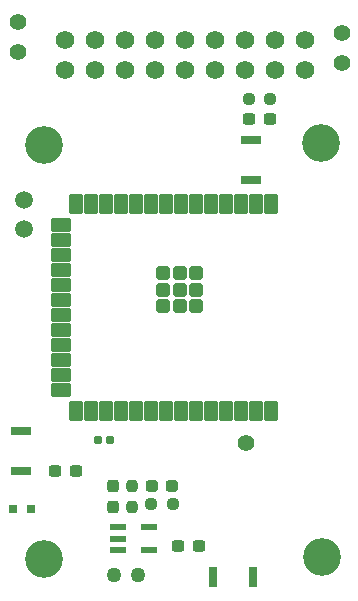
<source format=gbr>
%TF.GenerationSoftware,KiCad,Pcbnew,8.0.5*%
%TF.CreationDate,2025-04-10T23:54:11-07:00*%
%TF.ProjectId,ESP32,45535033-322e-46b6-9963-61645f706362,rev?*%
%TF.SameCoordinates,Original*%
%TF.FileFunction,Soldermask,Top*%
%TF.FilePolarity,Negative*%
%FSLAX46Y46*%
G04 Gerber Fmt 4.6, Leading zero omitted, Abs format (unit mm)*
G04 Created by KiCad (PCBNEW 8.0.5) date 2025-04-10 23:54:11*
%MOMM*%
%LPD*%
G01*
G04 APERTURE LIST*
G04 Aperture macros list*
%AMRoundRect*
0 Rectangle with rounded corners*
0 $1 Rounding radius*
0 $2 $3 $4 $5 $6 $7 $8 $9 X,Y pos of 4 corners*
0 Add a 4 corners polygon primitive as box body*
4,1,4,$2,$3,$4,$5,$6,$7,$8,$9,$2,$3,0*
0 Add four circle primitives for the rounded corners*
1,1,$1+$1,$2,$3*
1,1,$1+$1,$4,$5*
1,1,$1+$1,$6,$7*
1,1,$1+$1,$8,$9*
0 Add four rect primitives between the rounded corners*
20,1,$1+$1,$2,$3,$4,$5,0*
20,1,$1+$1,$4,$5,$6,$7,0*
20,1,$1+$1,$6,$7,$8,$9,0*
20,1,$1+$1,$8,$9,$2,$3,0*%
G04 Aperture macros list end*
%ADD10C,1.400000*%
%ADD11R,1.320800X0.508000*%
%ADD12RoundRect,0.102000X0.237500X0.250000X-0.237500X0.250000X-0.237500X-0.250000X0.237500X-0.250000X0*%
%ADD13C,1.498600*%
%ADD14R,0.787400X0.787400*%
%ADD15RoundRect,0.102000X-0.450000X0.750000X-0.450000X-0.750000X0.450000X-0.750000X0.450000X0.750000X0*%
%ADD16RoundRect,0.102000X-0.750000X0.450000X-0.750000X-0.450000X0.750000X-0.450000X0.750000X0.450000X0*%
%ADD17RoundRect,0.102000X-0.450000X0.450000X-0.450000X-0.450000X0.450000X-0.450000X0.450000X0.450000X0*%
%ADD18C,3.200000*%
%ADD19C,1.574800*%
%ADD20RoundRect,0.237500X0.250000X0.237500X-0.250000X0.237500X-0.250000X-0.237500X0.250000X-0.237500X0*%
%ADD21R,1.700000X0.800000*%
%ADD22RoundRect,0.237500X-0.300000X-0.237500X0.300000X-0.237500X0.300000X0.237500X-0.300000X0.237500X0*%
%ADD23R,0.800000X1.700000*%
%ADD24RoundRect,0.237500X0.300000X0.237500X-0.300000X0.237500X-0.300000X-0.237500X0.300000X-0.237500X0*%
%ADD25RoundRect,0.237500X-0.287500X-0.237500X0.287500X-0.237500X0.287500X0.237500X-0.287500X0.237500X0*%
%ADD26RoundRect,0.237500X0.237500X-0.287500X0.237500X0.287500X-0.237500X0.287500X-0.237500X-0.287500X0*%
%ADD27RoundRect,0.237500X-0.237500X0.250000X-0.237500X-0.250000X0.237500X-0.250000X0.237500X0.250000X0*%
%ADD28C,1.270000*%
G04 APERTURE END LIST*
D10*
%TO.C,*%
X132380000Y-138180000D03*
%TD*%
%TO.C,*%
X140470000Y-103500000D03*
%TD*%
%TO.C,*%
X140460000Y-106050000D03*
%TD*%
%TO.C,REF\u002A\u002A*%
X113060000Y-102590000D03*
X113060000Y-105130000D03*
%TD*%
D11*
%TO.C,U4*%
X121564600Y-145339999D03*
X121564600Y-146290000D03*
X121564600Y-147240001D03*
X124155400Y-147240001D03*
X124155400Y-145339999D03*
%TD*%
D12*
%TO.C,R6*%
X119820000Y-137960000D03*
X120844000Y-137960000D03*
%TD*%
D13*
%TO.C,J3*%
X113596900Y-120086600D03*
X113596900Y-117586600D03*
%TD*%
D14*
%TO.C,D2*%
X114150000Y-143790000D03*
X112651400Y-143790000D03*
%TD*%
D15*
%TO.C,U2*%
X134460000Y-117950000D03*
X133190000Y-117950000D03*
X131920000Y-117950000D03*
X130650000Y-117950000D03*
X129380000Y-117950000D03*
X128110000Y-117950000D03*
X126840000Y-117950000D03*
X125570000Y-117950000D03*
X124300000Y-117950000D03*
X123030000Y-117950000D03*
X121760000Y-117950000D03*
X120490000Y-117950000D03*
X119220000Y-117950000D03*
X117950000Y-117950000D03*
D16*
X116700000Y-119715000D03*
X116700000Y-120985000D03*
X116700000Y-122255000D03*
X116700000Y-123525000D03*
X116700000Y-124795000D03*
X116700000Y-126065000D03*
X116700000Y-127335000D03*
X116700000Y-128605000D03*
X116700000Y-129875000D03*
X116700000Y-131145000D03*
X116700000Y-132415000D03*
X116700000Y-133685000D03*
D15*
X117950000Y-135450000D03*
X119220000Y-135450000D03*
X120490000Y-135450000D03*
X121760000Y-135450000D03*
X123030000Y-135450000D03*
X124300000Y-135450000D03*
X125570000Y-135450000D03*
X126840000Y-135450000D03*
X128110000Y-135450000D03*
X129380000Y-135450000D03*
X130650000Y-135450000D03*
X131920000Y-135450000D03*
X133190000Y-135450000D03*
X134460000Y-135450000D03*
D17*
X128140000Y-123800000D03*
X128140000Y-125200000D03*
X128140000Y-126600000D03*
X126740000Y-123800000D03*
X126740000Y-125200000D03*
X126740000Y-126600000D03*
X125340000Y-123800000D03*
X125340000Y-125200000D03*
X125340000Y-126600000D03*
%TD*%
D18*
%TO.C,REF\u002A\u002A*%
X138800000Y-147880000D03*
%TD*%
D19*
%TO.C,J1*%
X117000000Y-104100000D03*
X119540000Y-104100000D03*
X122080000Y-104100000D03*
X124620000Y-104100000D03*
X127160000Y-104100000D03*
X129700000Y-104100000D03*
X132240000Y-104100000D03*
X134780000Y-104100000D03*
X137320000Y-104100000D03*
%TD*%
D20*
%TO.C,R3*%
X134412500Y-109090000D03*
X132587500Y-109090000D03*
%TD*%
D18*
%TO.C,REF\u002A\u002A*%
X115250000Y-148050000D03*
%TD*%
%TO.C,REF\u002A\u002A*%
X115300000Y-113000000D03*
%TD*%
D21*
%TO.C,SW2*%
X113330000Y-137190000D03*
X113330000Y-140590004D03*
%TD*%
D22*
%TO.C,C6*%
X126635000Y-146890000D03*
X128360000Y-146890000D03*
%TD*%
D21*
%TO.C,SW1*%
X132750000Y-112549998D03*
X132750000Y-115950002D03*
%TD*%
D22*
%TO.C,C3*%
X116212496Y-140562500D03*
X117937496Y-140562500D03*
%TD*%
D23*
%TO.C,SW3*%
X132950000Y-149510000D03*
X129549996Y-149510000D03*
%TD*%
D18*
%TO.C,REF\u002A\u002A*%
X138700000Y-112800000D03*
%TD*%
D24*
%TO.C,C2*%
X134362500Y-110750000D03*
X132637500Y-110750000D03*
%TD*%
D19*
%TO.C,J2*%
X117000000Y-106640000D03*
X119540000Y-106640000D03*
X122080000Y-106640000D03*
X124620000Y-106640000D03*
X127160000Y-106640000D03*
X129700000Y-106640000D03*
X132240000Y-106640000D03*
X134780000Y-106640000D03*
X137320000Y-106640000D03*
%TD*%
D25*
%TO.C,D4*%
X126122500Y-141830000D03*
X124372500Y-141830000D03*
%TD*%
D20*
%TO.C,R12*%
X124337500Y-143360000D03*
X126162500Y-143360000D03*
%TD*%
D26*
%TO.C,D5*%
X121120000Y-141825000D03*
X121120000Y-143575000D03*
%TD*%
D27*
%TO.C,R13*%
X122690000Y-141797500D03*
X122690000Y-143622500D03*
%TD*%
D28*
%TO.C,J4*%
X123200001Y-149390000D03*
X121200000Y-149390000D03*
%TD*%
M02*

</source>
